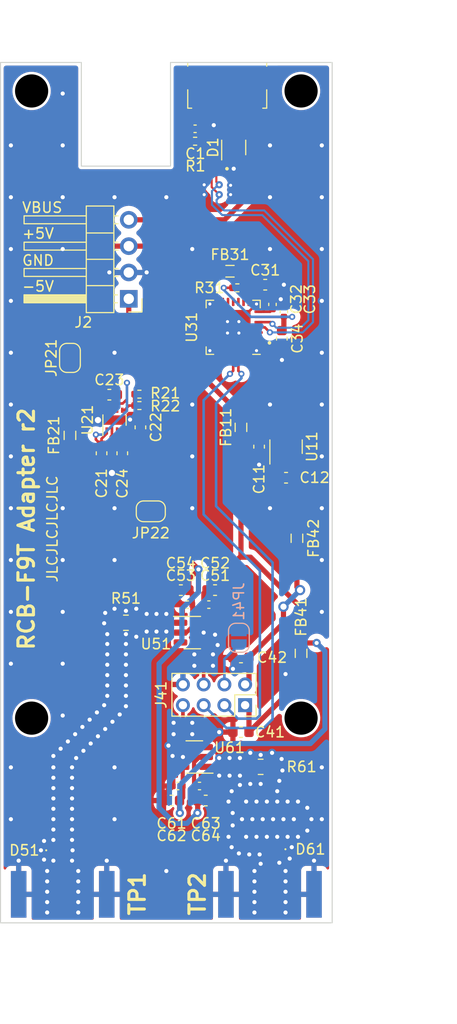
<source format=kicad_pcb>
(kicad_pcb (version 20221018) (generator pcbnew)
  (title_block (title "RCB-F9T Adapter w/ USB and 50Ω Timepulse SMA Connectors") (date "2023-06-09") (rev "2") (company "Carsten Andrich"))
  (layers (0 "F.Cu" signal) (1 "In1.Cu" power) (2 "In2.Cu" power) (31 "B.Cu" signal) (34 "B.Paste" user) (35 "F.Paste" user) (36 "B.SilkS" user "B.Silkscreen") (37 "F.SilkS" user "F.Silkscreen") (38 "B.Mask" user) (39 "F.Mask" user) (44 "Edge.Cuts" user))
  (net 0 "")
  (net 1 "GND")
  (net 2 "Net-(J1-Shield)")
  (net 3 "/CP_VIN")
  (net 4 "/CP_VOUT")
  (net 5 "/CP_C+")
  (net 6 "/USB_D-")
  (net 7 "/USB_D+")
  (net 8 "VBUS")
  (net 9 "/VDD")
  (net 10 "/~{RST}")
  (net 11 "/VBUS_IN")
  (net 12 "Net-(J41-V_ANT)")
  (net 13 "Net-(J41-VCC)")
  (net 15 "/CP_C-")
  (net 17 "Net-(JP21-A)")
  (net 19 "Net-(J41-~{RST})")
  (net 26 "/F9T_TXD")
  (net 27 "/F9T_RXD")
  (net 28 "/TP1_BUF")
  (net 29 "/TP2")
  (net 30 "/TP1")
  (net 31 "+5V")
  (net 32 "-5V")
  (net 34 "+3V3")
  (net 48 "/TP1_OUT")
  (net 49 "/TP2_OUT")
  (net 50 "/TP2_BUF")
  (net 51 "+5VA")
  (net 52 "/CP_CPOUT")
  (net 53 "/CP_VFB")
  (footprint "Package_TO_SOT_SMD:SOT-363_SC-70-6" (layer "F.Cu") (at 76.5 45.2 90)
    (fp_text reference "D1")
    (fp_text value "SMF05CT1G" hide)
  )
  (footprint "Capacitor_SMD:C_0402_1005Metric" (layer "F.Cu") (at 81.34 61.0405 90)
    (fp_text reference "C33")
    (fp_text value "100n" hide)
  )
  (footprint "Capacitor_SMD:C_0402_1005Metric" (layer "F.Cu") (at 73.2 106.8)
    (fp_text reference "C63")
    (fp_text value "100n" hide)
  )
  (footprint "Capacitor_SMD:C_0603_1608Metric" (layer "F.Cu") (at 78.95 74.0625 -90)
    (fp_text reference "C11")
    (fp_text value "1u" hide)
  )
  (footprint "Diode_SMD:D_0402_1005Metric" (layer "F.Cu") (at 59.5 113)
    (fp_text reference "D51")
    (fp_text value "D_TVS" hide)
  )
  (footprint "Capacitor_SMD:C_0603_1608Metric" (layer "F.Cu") (at 65.75 74.7 -90)
    (fp_text reference "C24")
    (fp_text value "4u7" hide)
  )
  (footprint "Resistor_SMD:R_0402_1005Metric" (layer "F.Cu") (at 67.4 69 180)
    (fp_text reference "R21")
    (fp_text value "1M" hide)
  )
  (footprint "Capacitor_SMD:C_0603_1608Metric" (layer "F.Cu") (at 77.2 94.4 180)
    (fp_text reference "C42")
    (fp_text value "1u" hide)
  )
  (footprint "Resistor_SMD:R_0402_1005Metric" (layer "F.Cu") (at 67.4 70.1)
    (fp_text reference "R22")
    (fp_text value "330k" hide)
  )
  (footprint "Inductor_SMD:L_0805_2012Metric" (layer "F.Cu") (at 76.14 57.1405)
    (fp_text reference "FB31")
    (fp_text value "600R" hide)
  )
  (footprint "Capacitor_SMD:C_0603_1608Metric" (layer "F.Cu") (at 73.8 108.2)
    (fp_text reference "C64")
    (fp_text value "4u7" hide)
  )
  (footprint "Inductor_SMD:L_0805_2012Metric" (layer "F.Cu") (at 77.2 72.2 -90)
    (fp_text reference "FB11")
    (fp_text value "600R" hide)
  )
  (footprint "Package_SON:WSON-8-1EP_2x2mm_P0.5mm_EP0.9x1.6mm" (layer "F.Cu") (at 65 71.5 90)
    (fp_text reference "U21")
    (fp_text value "LM27761" hide)
  )
  (footprint "Capacitor_SMD:C_0603_1608Metric" (layer "F.Cu") (at 79.54 58.4405)
    (fp_text reference "C31")
    (fp_text value "1u" hide)
  )
  (footprint "Capacitor_SMD:C_0603_1608Metric" (layer "F.Cu") (at 77.2 101.6 180)
    (fp_text reference "C41")
    (fp_text value "1u" hide)
  )
  (footprint "Package_DFN_QFN:QFN-28-1EP_5x5mm_P0.5mm_EP3.35x3.35mm" (layer "F.Cu") (at 76.45 62.5505 180)
    (fp_text reference "U31")
    (fp_text value "CP2102-GMR-xQFN28" hide)
  )
  (footprint "Personal_Library:SMA_Rosenberger_32K145-400L5_EdgeMount_Horizontal" (layer "F.Cu") (at 60 120 90)
    (fp_text reference "J51" hide)
    (fp_text value "Conn_Coaxial" hide)
  )
  (footprint "Inductor_SMD:L_0805_2012Metric" (layer "F.Cu") (at 60.7 72.975 -90)
    (fp_text reference "FB21")
    (fp_text value "600R" hide)
  )
  (footprint "Capacitor_SMD:C_0603_1608Metric" (layer "F.Cu") (at 71.4 87.905 180)
    (fp_text reference "C54")
    (fp_text value "4u7" hide)
  )
  (footprint "Capacitor_SMD:C_0402_1005Metric" (layer "F.Cu") (at 80.24 60.3405 90)
    (fp_text reference "C32")
    (fp_text value "100n" hide)
  )
  (footprint "Resistor_SMD:R_0805_2012Metric" (layer "F.Cu") (at 79.1 104.95)
    (fp_text reference "R61")
    (fp_text value "49.9" hide)
  )
  (footprint "Inductor_SMD:L_0805_2012Metric" (layer "F.Cu") (at 82.6 82.9 90)
    (fp_text reference "FB42")
    (fp_text value "100R" hide)
  )
  (footprint "Personal_Library:SMA_Rosenberger_32K145-400L5_EdgeMount_Horizontal" (layer "F.Cu") (at 80 120 90)
    (fp_text reference "J61" hide)
    (fp_text value "Conn_Coaxial" hide)
  )
  (footprint "Capacitor_SMD:C_0402_1005Metric" (layer "F.Cu") (at 72.775 43.4)
    (fp_text reference "C1")
    (fp_text value "100n" hide)
  )
  (footprint "Jumper:SolderJumper-2_P1.3mm_Bridged_RoundedPad1.0x1.5mm" (layer "F.Cu") (at 68.5 80.3)
    (fp_text reference "JP22")
    (fp_text value "SolderJumper_2_Bridged" hide)
  )
  (footprint "Resistor_SMD:R_0402_1005Metric" (layer "F.Cu") (at 72.775 44.6)
    (fp_text reference "R1")
    (fp_text value "1M" hide)
  )
  (footprint "Package_TO_SOT_SMD:SOT-23" (layer "F.Cu") (at 81.55 74.0625 90)
    (fp_text reference "U11")
    (fp_text value "XC6206PxxxMR" hide)
  )
  (footprint "Connector_USB:USB_Micro-B_Molex_47346-0001" (layer "F.Cu") (at 75.875 39.7 180)
    (fp_text reference "J1" hide)
    (fp_text value "USB_B_Micro" hide)
  )
  (footprint "Jumper:SolderJumper-2_P1.3mm_Bridged_RoundedPad1.0x1.5mm" (layer "F.Cu") (at 60.7 65.5 90)
    (fp_text reference "JP21")
    (fp_text value "SolderJumper_2_Bridged" hide)
  )
  (footprint "Package_TO_SOT_SMD:SOT-23-5" (layer "F.Cu") (at 72.5 92)
    (fp_text reference "U51")
    (fp_text value "BUF602xDBV" hide)
  )
  (footprint "Capacitor_SMD:C_0603_1608Metric" (layer "F.Cu") (at 63.75 74.7 -90)
    (fp_text reference "C21")
    (fp_text value "4u7" hide)
  )
  (footprint "Capacitor_SMD:C_0603_1608Metric" (layer "F.Cu") (at 70.5 108.2 180)
    (fp_text reference "C62")
    (fp_text value "4u7" hide)
  )
  (footprint "Resistor_SMD:R_0402_1005Metric" (layer "F.Cu") (at 76.85 58.7405)
    (fp_text reference "R31")
    (fp_text value "4k7" hide)
  )
  (footprint "Package_TO_SOT_SMD:SOT-23-5" (layer "F.Cu") (at 72.7 104 180)
    (fp_text reference "U61")
    (fp_text value "BUF602xDBV" hide)
  )
  (footprint "Capacitor_SMD:C_0603_1608Metric" (layer "F.Cu") (at 67.5 72.2 90)
    (fp_text reference "C22")
    (fp_text value "2u2" hide)
  )
  (footprint "Resistor_SMD:R_0805_2012Metric" (layer "F.Cu") (at 66.1 91.05 180)
    (fp_text reference "R51")
    (fp_text value "49.9" hide)
  )
  (footprint "Capacitor_SMD:C_0402_1005Metric" (layer "F.Cu") (at 72.025 89.305 180)
    (fp_text reference "C53")
    (fp_text value "100n" hide)
  )
  (footprint "Capacitor_SMD:C_0603_1608Metric" (layer "F.Cu") (at 81.14 63.6405 -90)
    (fp_text reference "C34")
    (fp_text value "1u" hide)
  )
  (footprint "Personal_Library:RCB_F9T" (layer "F.Cu") (at 70 70 90)
    (fp_text reference "J41")
    (fp_text value "RCB_F9T" hide)
  )
  (footprint "Diode_SMD:D_0402_1005Metric" (layer "F.Cu") (at 80.4 112.9 180)
    (fp_text reference "D61")
    (fp_text value "D_TVS" hide)
  )
  (footprint "Capacitor_SMD:C_0402_1005Metric" (layer "F.Cu") (at 74.1 89.3)
    (fp_text reference "C51")
    (fp_text value "100n" hide)
  )
  (footprint "Capacitor_SMD:C_0603_1608Metric" (layer "F.Cu") (at 81.55 77.0625 180)
    (fp_text reference "C12")
    (fp_text value "1u" hide)
  )
  (footprint "Capacitor_SMD:C_0402_1005Metric" (layer "F.Cu") (at 71.1 106.8 180)
    (fp_text reference "C61")
    (fp_text value "100n" hide)
  )
  (footprint "Capacitor_SMD:C_0603_1608Metric" (layer "F.Cu") (at 64.5 69.05)
    (fp_text reference "C23")
    (fp_text value "1u" hide)
  )
  (footprint "Connector_PinHeader_2.54mm:PinHeader_1x04_P2.54mm_Horizontal" (layer "F.Cu") (at 66.375 59.8 180)
    (fp_text reference "J2")
    (fp_text value "Conn_01x04")
  )
  (footprint "Inductor_SMD:L_0805_2012Metric" (layer "F.Cu") (at 83 94 -90)
    (fp_text reference "FB41")
    (fp_text value "100R" hide)
  )
  (footprint "Capacitor_SMD:C_0603_1608Metric" (layer "F.Cu") (at 74.7 87.9)
    (fp_text reference "C52")
    (fp_text value "4u7" hide)
  )
  (footprint "Jumper:SolderJumper-2_P1.3mm_Open_RoundedPad1.0x1.5mm" (layer "B.Cu") (at 77 92.5 -90)
    (fp_text reference "JP41")
    (fp_text value "SolderJumper_2_Open" hide)
  )
  (gr_circle (center 75.85 47.25) (end 75.85 47.15) (stroke (width 0.15)) (fill solid) (layer "F.SilkS"))
  (gr_circle (center 79.95 64.0505) (end 79.95 64.1505) (stroke (width 0.15)) (fill solid) (layer "F.SilkS"))
  (gr_poly (pts (xy 61.8 47) (xy 70.4 47) (xy 70.4 37) (xy 86 37) (xy 86 120) (xy 54 120) (xy 54 37) (xy 61.8 37)) (stroke (width 0.1)) (fill none) (layer "Edge.Cuts"))
  (gr_rect (start 98 122) (end 98 122) (stroke (width 0.1)) (fill none) (layer "Edge.Cuts"))
  (gr_text "GND" (at 56 56.1) (layer "F.SilkS") (effects (font (size 1 1)) (justify left)))
  (gr_text "RCB-F9T Adapter r2" (at 56.5 82 90) (layer "F.SilkS") (effects (font (size 1.5 1.5) (thickness 0.3))))
  (gr_text "JLCJLCJLCJLC" (at 59 82 90) (layer "F.SilkS") (effects (font (size 1 1))))
  (gr_text "+5V" (at 56 53.5) (layer "F.SilkS") (effects (font (size 1 1)) (justify left)))
  (gr_text "TP2" (at 73 117.2 90) (layer "F.SilkS") (effects (font (size 1.5 1.5) (thickness 0.3))))
  (gr_text "VBUS" (at 56 51) (layer "F.SilkS") (effects (font (size 1 1)) (justify left)))
  (gr_text "-5V" (at 56 58.6) (layer "F.SilkS") (effects (font (size 1 1)) (justify left)))
  (gr_text "TP1" (at 67.2 117.2 90) (layer "F.SilkS") (effects (font (size 1.5 1.5) (thickness 0.3))))
  (segment (start 78.7 60.3) (end 78.7 60.3005) (width 0.25) (layer "F.Cu") (net 1))
  (segment (start 81.34 60.1405) (end 81.34 60.5605) (width 0.5) (layer "F.Cu") (net 1))
  (segment (start 64.75 75.475) (end 64.75 76.6) (width 0.5) (layer "F.Cu") (net 1))
  (segment (start 68.09 57.26) (end 66.375 57.26) (width 0.5) (layer "F.Cu") (net 1))
  (segment (start 76.425 101.6) (end 75.1 101.6) (width 0.5) (layer "F.Cu") (net 1))
  (segment (start 74.575 108.2) (end 74.575 107.695) (width 0.5) (layer "F.Cu") (net 1))
  (segment (start 78.9 63.0505) (end 78.15 63.0505) (width 0.25) (layer "F.Cu") (net 1))
  (segment (start 74.575 107.695) (end 73.68 106.8) (width 0.5) (layer "F.Cu") (net 1))
  (segment (start 74.575 41.16) (end 74.575 43.05) (width 0.4) (layer "F.Cu") (net 1))
  (segment (start 80.24 58.5155) (end 80.315 58.4405) (width 0.5) (layer "F.Cu") (net 1))
  (segment (start 64.75 71.75) (end 65 71.5) (width 0.25) (layer "F.Cu") (net 1))
  (segment (start 78.7 60.3005) (end 76.45 62.5505) (width 0.25) (layer "F.Cu") (net 1))
  (segment (start 64.51 57.26) (end 66.375 57.26) (width 0.5) (layer "F.Cu") (net 1))
  (segment (start 64.75 75.475) (end 63.75 75.475) (width 0.5) (layer "F.Cu") (net 1))
  (segment (start 76.425 95.5) (end 76.425 94.4) (width 0.5) (layer "F.Cu") (net 1))
  (segment (start 80.315 58.4405) (end 81.34 58.4405) (width 0.5) (layer "F.Cu") (net 1))
  (segment (start 75.475 88.405) (end 74.58 89.3) (width 0.5) (layer "F.Cu") (net 1))
  (segment (start 78.95 74.8375) (end 78.95 75.8) (width 0.5) (layer "F.Cu") (net 1))
  (segment (start 64.75 72.45) (end 64.75 71.75) (width 0.25) (layer "F.Cu") (net 1))
  (segment (start 64.75 75.475) (end 65.75 75.475) (width 0.5) (layer "F.Cu") (net 1))
  (segment (start 76.45 62.5505) (end 74.2005 64.8) (width 0.25) (layer "F.Cu") (net 1))
  (segment (start 73.285 44.6) (end 73.285 43.43) (width 0.5) (layer "F.Cu") (net 1))
  (segment (start 64.5 57.25) (end 64.51 57.26) (width 0.5) (layer "F.Cu") (net 1))
  (segment (start 78.6995 64.8) (end 76.45 62.5505) (width 0.25) (layer "F.Cu") (net 1))
  (segment (start 79.65 64.8) (end 80.0345 64.4155) (width 0.5) (layer "F.Cu") (net 1))
  (segment (start 80.6 75) (end 80.6 76.8875) (width 0.5) (layer "F.Cu") (net 1))
  (segment (start 81.15 64.4255) (end 81.14 64.4155) (width 0.5) (layer "F.Cu") (net 1))
  (segment (start 78.7 64.8) (end 78.6995 64.8) (width 0.25) (layer "F.Cu") (net 1))
  (segment (start 74.2 60.3) (end 74.2 60.3005) (width 0.25) (layer "F.Cu") (net 1))
  (segment (start 81.02 59.8605) (end 80.24 59.8605) (width 0.5) (layer "F.Cu") (net 1))
  (segment (start 69.725 107.695) (end 70.62 106.8) (width 0.5) (layer "F.Cu") (net 1))
  (segment (start 80.0345 64.4155) (end 81.14 64.4155) (width 0.5) (layer "F.Cu") (net 1))
  (segment (start 74.225 43.4) (end 74.575 43.05) (width 0.5) (layer "F.Cu") (net 1))
  (segment (start 74.2005 64.8) (end 74.2 64.8) (width 0.25) (layer "F.Cu") (net 1))
  (segment (start 81.04 59.8405) (end 81.02 59.8605) (width 0.5) (layer "F.Cu") (net 1))
  (segment (start 74.2 60.3005) (end 76.45 62.5505) (width 0.25) (layer "F.Cu") (net 1))
  (segment (start 76.5 47.25) (end 76.5 46.15) (width 0.4) (layer "F.Cu") (net 1))
  (segment (start 70.625 87.905) (end 70.625 88.385) (width 0.5) (layer "F.Cu") (net 1))
  (segment (start 81.04 59.8405) (end 81.34 60.1405) (width 0.5) (layer "F.Cu") (net 1))
  (segment (start 73.255 43.4) (end 74.225 43.4) (width 0.5) (layer "F.Cu") (net 1))
  (segment (start 69.725 108.2) (end 69.725 107.695) (width 0.5) (layer "F.Cu") (net 1))
  (segment (start 64.75 72.45) (end 64.75 73.15) (width 0.25) (layer "F.Cu") (net 1))
  (segment (start 75.475 87.9) (end 75.475 88.405) (width 0.5) (layer "F.Cu") (net 1))
  (segment (start 78.7 64.8) (end 79.65 64.8) (width 0.5) (layer "F.Cu") (net 1))
  (segment (start 79.1125 75) (end 78.95 74.8375) (width 0.5) (layer "F.Cu") (net 1))
  (segment (start 80.6 75) (end 79.1125 75) (width 0.5) (layer "F.Cu") (net 1))
  (segment (start 73.285 43.43) (end 73.255 43.4) (width 0.5) (layer "F.Cu") (net 1))
  (segment (start 70.625 88.385) (end 71.545 89.305) (width 0.5) (layer "F.Cu") (net 1))
  (segment (start 80.6 76.8875) (end 80.775 77.0625) (width 0.5) (layer "F.Cu") (net 1))
  (segment (start 64.75 73.15) (end 64.75 75.475) (width 0.5) (layer "F.Cu") (net 1))
  (segment (start 81.15 65.7) (end 81.15 64.4255) (width 0.5) (layer "F.Cu") (net 1))
  (segment (start 68.1 57.25) (end 68.09 57.26) (width 0.5) (layer "F.Cu") (net 1))
  (segment (start 80.24 59.8605) (end 80.24 58.5155) (width 0.5) (layer "F.Cu") (net 1))
  (via (at 64.1 90.1) (size 0.8) (drill 0.4) (layers "F.Cu" "B.Cu") (net 1))
  (via (at 76.2 49.75) (size 0.7) (drill 0.3) (layers "F.Cu" "B.Cu") (net 1))
  (via (at 85 105) (size 0.8) (drill 0.4) (layers "F.Cu" "B.Cu") (net 1))
  (via (at 76 108.3) (size 0.8) (drill 0.4) (layers "F.Cu" "B.Cu") (net 1))
  (via (at 64.3 94.1) (size 0.8) (drill 0.4) (layers "F.Cu" "B.Cu") (net 1))
  (via (at 76.3 112.7) (size 0.8) (drill 0.4) (layers "F.Cu" "B.Cu") (net 1))
  (via (at 67.1 89.7) (size 0.8) (drill 0.4) (layers "F.Cu" "B.Cu") (net 1))
  (via (at 60 50) (size 0.8) (drill 0.4) (layers "F.Cu" "B.Cu") (net 1))
  (via (at 85 90) (size 0.8) (drill 0.4) (layers "F.Cu" "B.Cu") (net 1))
  (via (at 84.25 114) (size 0.8) (drill 0.4) (layers "F.Cu" "B.Cu") (net 1))
  (via (at 59.1 105) (size 0.8) (drill 0.4) (layers "F.Cu" "B.Cu") (net 1))
  (via (at 64.3 93.1) (size 0.8) (drill 0.4) (layers "F.Cu" "B.Cu") (net 1))
  (via (at 59.1 106) (size 0.8) (drill 0.4) (layers "F.Cu" "B.Cu") (net 1))
  (via (at 58.5 119) (size 0.8) (drill 0.4) (layers "F.Cu" "B.Cu") (net 1))
  (via (at 81.5 115) (size 0.8) (drill 0.4) (layers "F.Cu" "B.Cu") (net 1))
  (via (at 76.4 110.6) (size 0.8) (drill 0.4) (layers "F.Cu" "B.Cu") (net 1))
  (via (at 81.9 113.8) (size 0.8) (drill 0.4) (layers "F.Cu" "B.Cu") (net 1))
  (via (at 64.75 76.6) (size 1) (drill 0.6) (layers "F.Cu" "B.Cu") (net 1))
  (via (at 60 85) (size 0.8) (drill 0.4) (layers "F.Cu" "B.Cu") (net 1))
  (via (at 59.1 103.9) (size 0.8) (drill 0.4) (layers "F.Cu" "B.Cu") (net 1))
  (via (at 78.5 115) (size 0.8) (drill 0.4) (layers "F.Cu" "B.Cu") (net 1))
  (via (at 70 115) (size 0.8) (drill 0.4) (layers "F.Cu" "B.Cu") (net 1))
  (via (at 64.3 98.1) (size 0.8) (drill 0.4) (layers "F.Cu" "B.Cu") (net 1))
  (via (at 81.34 58.4405) (size 0.8) (drill 0.4) (layers "F.Cu" "B.Cu") (net 1))
  (via (at 81.2 105.3) (size 0.8) (drill 0.4) (layers "F.Cu" "B.Cu") (net 1))
  (via (at 58.2 113.9) (size 0.8) (drill 0.4) (layers "F.Cu" "B.Cu") (net 1))
  (via (at 66.1 94.1) (size 0.8) (drill 0.4) (layers "F.Cu" "B.Cu") (net 1))
  (via (at 76.4 109.4) (size 0.8) (drill 0.4) (layers "F.Cu" "B.Cu") (net 1))
  (via (at 68.1 57.25) (size 0.8) (drill 0.4) (layers "F.Cu" "B.Cu") (net 1))
  (via (at 55 45) (size 0.8) (drill 0.4) (layers "F.Cu" "B.Cu") (net 1))
  (via (at 62.7 102.7) (size 0.8) (drill 0.4) (layers "F.Cu" "B.Cu") (net 1))
  (via (at 72.5 75) (size 0.8) (drill 0.4) (layers "F.Cu" "B.Cu") (net 1))
  (via (at 74.2 64.8) (size 0.7) (drill 0.3) (layers "F.Cu" "B.Cu") (net 1))
  (via (at 78.7 60.3) (size 0.7) (drill 0.3) (layers "F.Cu" "B.Cu") (net 1))
  (via (at 85 110) (size 0.8) (drill 0.4) (layers "F.Cu" "B.Cu") (net 1))
  (via (at 70.2 102.9) (size 0.8) (drill 0.4) (layers "F.Cu" "B.Cu") (net 1))
  (via (at 65 105) (size 0.8) (drill 0.4) (layers "F.Cu" "B.Cu") (net 1))
  (via (at 72.7 95.2) (size 0.8) (drill 0.4) (layers "F.Cu" "B.Cu") (net 1))
  (via (at 59.1 114) (size 0.8) (drill 0.4) (layers "F.Cu" "B.Cu") (net 1))
  (via (at 58.2 112.1) (size 0.8) (drill 0.4) (layers "F.Cu" "B.Cu") (net 1))
  (via (at 76.5 47.25) (size 0.8) (drill 0.4) (layers "F.Cu" "B.Cu") (net 1))
  (via (at 55 70) (size 0.8) (drill 0.4) (layers "F.Cu" "B.Cu") (net 1))
  (via (at 78.3 110) (size 0.8) (drill 0.4) (layers "F.Cu" "B.Cu") (net 1))
  (via (at 78.5 118) (size 0.8) (drill 0.4) (layers "F.Cu" "B.Cu") (net 1))
  (via (at 65 89.7) (size 0.8) (drill 0.4) (layers "F.Cu" "B.Cu") (net 1))
  (via (at 85 45) (size 0.8) (drill 0.4) (layers "F.Cu" "B.Cu") (net 1))
  (via (at 72.5 100.7) (size 0.8) (drill 0.4) (layers "F.Cu" "B.Cu") (net 1))
  (via (at 82.7 108.3) (size 0.8) (drill 0.4) (layers "F.Cu" "B.Cu") (net 1))
  (via (at 74.575 43.05) (size 0.8) (drill 0.4) (layers "F.Cu" "B.Cu") (net 1))
  (via (at 75.1 101.6) (size 0.8) (drill 0.4) (layers "F.Cu" "B.Cu") (net 1))
  (via (at 79.7 111.7) (size 0.8) (drill 0.4) (layers "F.Cu" "B.Cu") (net 1))
  (via (at 71.6 104) (size 0.8) (drill 0.4) (layers "F.Cu" "B.Cu") (net 1))
  (via (at 66.1 99.1) (size 0.8) (drill 0.4) (layers "F.Cu" "B.Cu") (net 1))
  (via (at 61.5 118) (size 0.8) (drill 0.4) (layers "F.Cu" "B.Cu") (net 1))
  (via (at 81.3 110) (size 0.8) (drill 0.4) (layers "F.Cu" "B.Cu") (net 1))
  (via (at 80 80) (size 0.8) (drill 0.4) (layers "F.Cu" "B.Cu") (net 1))
  (via (at 69.05 91.9) (size 0.8) (drill 0.4) (layers "F.Cu" "B.Cu") (net 1))
  (via (at 79.7 108.3) (size 0.8) (drill 0.4) (layers "F.Cu" "B.Cu") (net 1))
  (via (at 66.1 93.1) (size 0.8) (drill 0.4) (layers "F.Cu" "B.Cu") (net 1))
  (via (at 78.7 108.3) (size 0.8) (drill 0.4) (layers "F.Cu" "B.Cu") (net 1))
  (via (at 64.3 95.1) (size 0.8) (drill 0.4) (layers "F.Cu" "B.Cu") (net 1))
  (via (at 70.6 103.9) (size 0.8) (drill 0.4) (layers "F.Cu" "B.Cu") (net 1))
  (via (at 55.75 114) (size 0.8) (drill 0.4) (layers "F.Cu" "B.Cu") (net 1))
  (via (at 80.3 110) (size 0.8) (drill 0.4) (layers "F.Cu" "B.Cu") (net 1))
  (via (at 70 50) (size 0.8) (drill 0.4) (layers "F.Cu" "B.Cu") (net 1))
  (via (at 81.5 119) (size 0.8) (drill 0.4) (layers "F.Cu" "B.Cu") (net 1))
  (via (at 66.1 98.1) (size 0.8) (drill 0.4) (layers "F.Cu" "B.Cu") (net 1))
  (via (at 74.5 94.1) (size 0.8) (drill 0.4) (layers "F.Cu" "B.Cu") (net 1))
  (via (at 58.5 115) (size 0.8) (drill 0.4) (layers "F.Cu" "B.Cu") (net 1))
  (via (at 77 62.0005) (size 0.7) (drill 0.3) (layers "F.Cu" "B.Cu") (net 1))
  (via (at 60 40) (size 0.8) (drill 0.4) (layers "F.Cu" "B.Cu") (net 1))
  (via (at 72.7 94.1) (size 0.8) (drill 0.4) (layers "F.Cu" "B.Cu") (net 1))
  (via (at 59.1 111) (size 0.8) (drill 0.4) (layers "F.Cu" "B.Cu") (net 1))
  (via (at 83.6 108.9) (size 0.8) (drill 0.4) (layers "F.Cu" "B.Cu") (net 1))
  (via (at 77 63.1005) (size 0.7) (drill 0.3) (layers "F.Cu" "B.Cu") (net 1))
  (via (at 59.1 107) (size 0.8) (drill 0.4) (layers "F.Cu" "B.Cu") (net 1))
  (via (at 78.95 75.8) (size 0.8) (drill 0.4) (layers "F.Cu" "B.Cu") (net 1))
  (via (at 70.7 101.8) (size 0.8) (drill 0.4) (layers "F.Cu" "B.Cu") (net 1))
  (via (at 59.1 108) (size 0.8) (drill 0.4) (layers "F.Cu" "B.Cu") (net 1))
  (via (at 77.7 108.3) (size 0.8) (drill 0.4) (layers "F.Cu" "B.Cu") (net 1))
  (via (at 85 55) (size 0.8) (drill 0.4) (layers "F.Cu" "B.Cu") (net 1))
  (via (at 75.9 63.1005) (size 0.7) (drill 0.3) (layers "F.Cu" "B.Cu") (net 1))
  (via (at 80 45) (size 0.8) (drill 0.4) (layers "F.Cu" "B.Cu") (net 1))
  (via (at 65 80) (size 0.8) (drill 0.4) (layers "F.Cu" "B.Cu") (net 1))
  (via (at 75.9 62.0005) (size 0.7) (drill 0.3) (layers "F.Cu" "B.Cu") (net 1))
  (via (at 59.1 112) (size 0.8) (drill 0.4) (layers "F.Cu" "B.Cu") (net 1))
  (via (at 60.9 114) (size 0.8) (drill 0.4) (layers "F.Cu" "B.Cu") (net 1))
  (via (at 55 55) (size 0.8) (drill 0.4) (layers "F.Cu" "B.Cu") (net 1))
  (via (at 81.5 96) (size 0.8) (drill 0.4) (layers "F.Cu" "B.Cu") (net 1))
  (via (at 65 110) (size 0.8) (drill 0.4) (layers "F.Cu" "B.Cu") (net 1))
  (via (at 64.8 100.6) (size 0.8) (drill 0.4) (layers "F.Cu" "B.Cu") (net 1))
  (via (at 60.9 111) (size 0.8) (drill 0.4) (layers "F.Cu" "B.Cu") (net 1))
  (via (at 66.5 71.45) (size 0.8) (drill 0.4) (layers "F.Cu" "B.Cu") (net 1))
  (via (at 76.425 95.5) (size 0.8) (drill 0.4) (layers "F.Cu" "B.Cu") (net 1))
  (via (at 59.8 103.2) (size 0.8) (drill 0.4) (layers "F.Cu" "B.Cu") (net 1))
  (via (at 81.04 59.8405) (size 0.8) (drill 0.4) (layers "F.Cu" "B.Cu") (net 1))
  (via (at 77.3 110) (size 0.8) (drill 0.4) (layers "F.Cu" "B.Cu") (net 1))
  (via (at 64.25 114) (size 0.8) (drill 0.4) (layers "F.Cu" "B.Cu") (net 1))
  (via (at 67.1 92.4) (size 0.8) (drill 0.4) (layers "F.Cu" "B.Cu") (net 1))
  (via (at 55 105) (size 0.8) (drill 0.4) (layers "F.Cu" "B.Cu") (net 1))
  (via (at 60.9 105) (size 0.8) (drill 0.4) (layers "F.Cu" "B.Cu") (net 1))
  (via (at 74.5 95.2) (size 0.8) (drill 0.4) (layers "F.Cu" "B.Cu") (net 1))
  (via (at 55 85) (size 0.8) (drill 0.4) (layers "F.Cu" "B.Cu") (net 1))
  (via (at 66.1 95.1) (size 0.8) (drill 0.4) (layers "F.Cu" "B.Cu") (net 1))
  (via (at 79.1 114.3) (size 0.8) (drill 0.4) (layers "F.Cu" "B.Cu") (net 1))
  (via (at 66.1 96.1) (size 0.8) (drill 0.4) (layers "F.Cu" "B.Cu") (net 1))
  (via (at 61.2 101.8) (size 0.8) (drill 0.4) (layers "F.Cu" "B.Cu") (net 1))
  (via (at 85 50) (size 0.8) (drill 0.4) (layers "F.Cu" "B.Cu") (net 1))
  (via (at 80.7 111.7) (size 0.8) (drill 0.4) (layers "F.Cu" "B.Cu") (net 1))
  (via (at 79.1 106.6) (size 0.8) (drill 0.4) (layers "F.Cu" "B.Cu") (net 1))
  (via (at 85 75) (size 0.8) (drill 0.4) (layers "F.Cu" "B.Cu") (net 1))
  (via (at 81.5 117) (size 0.8) (drill 0.4) (layers "F.Cu" "B.Cu") (net 1))
  (via (at 72.5 80) (size 0.8) (drill 0.4) (layers "F.Cu" "B.Cu") (net 1))
  (via (at 70.7 100.7) (size 0.8) (drill 0.4) (layers "F.Cu" "B.Cu") (net 1))
  (via (at 81.5 118) (size 0.8) (drill 0.4) (layers "F.Cu" "B.Cu") (net 1))
  (via (at 80.9 114.2) (size 0.8) (drill 0.4) (layers "F.Cu" "B.Cu") (net 1))
  (via (at 60.9 110) (size 0.8) (drill 0.4) (layers "F.Cu" "B.Cu") (net 1))
  (via (at 55 90) (size 0.8) (drill 0.4) (layers "F.Cu" "B.Cu") (net 1))
  (via (at 60 90) (size 0.8) (drill 0.4) (layers "F.Cu" "B.Cu") (net 1))
  (via (at 73.65 49.75) (size 0.7) (drill 0.3) (layers "F.Cu" "B.Cu") (net 1))
  (via (at 61.9 101.1) (size 0.8) (drill 0.4) (layers "F.Cu" "B.Cu") (net 1))
  (via (at 75.75 114) (size 0.8) (drill 0.4) (layers "F.Cu" "B.Cu") (net 1))
  (via (at 79 113.4) (size 0.8) (drill 0.4) (layers "F.Cu" "B.Cu") (net 1))
  (via (at 85 80) (size 0.8) (drill 0.4) (layers "F.Cu" "B.Cu") (net 1))
  (via (at 76.1 105.8) (size 0.8) (drill 0.4) (layers "F.Cu" "B.Cu") (net 1))
  (via (at 81.7 111.7) (size 0.8) (drill 0.4) (layers "F.Cu" "B.Cu") (net 1))
  (via (at 75.1 104.1) (size 0.8) (drill 0.4) (layers "F.Cu" "B.Cu") (net 1))
  (via (at 64 99) (size 0.8) (drill 0.4) (layers "F.Cu" "B.Cu") (net 1))
  (via (at 80.7 108.3) (size 0.8) (drill 0.4) (layers "F.Cu" "B.Cu") (net 1))
  (via (at 77.1 106.7) (size 0.8) (drill 0.4) (layers "F.Cu" "B.Cu") (net 1))
  (via (at 78.7 64.8) (size 0.7) (drill 0.3) (layers "F.Cu" "B.Cu") (net 1))
  (via (at 62.6 100.4) (size 0.8) (drill 0.4) (layers "F.Cu" "B.Cu") (net 1))
  (via (at 77 113.3) (size 0.8) (drill 0.4) (layers "F.Cu" "B.Cu") (net 1))
  (via (at 83.6 111.1) (size 0.8) (drill 0.4) (layers "F.Cu" "B.Cu") (net 1))
  (via (at 63.4 102) (size 0.8) (drill 0.4) (layers "F.Cu" "B.Cu") (net 1))
  (via (at 74.2 60.3) (size 0.7) (drill 0.3) (layers "F.Cu" "B.Cu") (net 1))
  (via (at 79.1 103.8) (size 0.8) (drill 0.4) (layers "F.Cu" "B.Cu") (net 1))
  (via (at 80 55) (size 0.8) (drill 0.4) (layers "F.Cu" "B.Cu") (net 1))
  (via (at 72.5 70) (size 0.8) (drill 0.4) (layers "F.Cu" "B.Cu") (net 1))
  (via (at 66.1 92.15) (size 0.8) (drill 0.4) (layers "F.Cu" "B.Cu") (net 1))
  (via (at 77.7 111.7) (size 0.8) (drill 0.4) (layers "F.Cu" "B.Cu") (net 1))
  (via (at 85 70) (size 0.8) (drill 0.4) (layers "F.Cu" "B.Cu") (net 1))
  (via (at 72.5 55) (size 0.8) (drill 0.4) (layers "F.Cu" "B.Cu") (net 1))
  (via (at 65.5 99.9) (size 0.8) (drill 0.4) (layers "F.Cu" "B.Cu") (net 1))
  (via (at 57.9 113) (size 0.8) (drill 0.4) (layers "F.Cu" "B.Cu") (net 1))
  (via (at 55 95) (size 0.8) (drill 0.4) (layers "F.Cu" "B.Cu") (net 1))
  (via (at 76.1 104.1) (size 0.8) (drill 0.4) (layers "F.Cu" "B.Cu") (net 1))
  (via (at 78.5 119) (size 0.8) (drill 0.4) (layers "F.Cu" "B.Cu") (net 1))
  (via (at 60.9 106) (size 0.8) (drill 0.4) (layers "F.Cu" "B.Cu") (net 1))
  (via (at 60 80) (size 0.8) (drill 0.4) (layers "F.Cu" "B.Cu") (net 1))
  (via (at 80 50) (size 0.8) (drill 0.4) (layers "F.Cu" "B.Cu") (net 1))
  (via (at 64.5 57.25) (size 0.8) (drill 0.4) (layers "F.Cu" "B.Cu") (net 1))
  (via (at 81.15 65.7) (size 0.8) (drill 0.4) (layers "F.Cu" "B.Cu") (net 1))
  (via (at 76.2 48.85) (size 0.7) (drill 0.3) (layers "F.Cu" "B.Cu") (net 1))
  (via (at 84 110) (size 0.8) (drill 0.4) (layers "F.Cu" "B.Cu") (net 1))
  (via (at 70 90.2) (size 0.8) (drill 0.4) (layers "F.Cu" "B.Cu") (net 1))
  (via (at 60 100) (size 0.8) (drill 0.4) (layers "F.Cu" "B.Cu") (net 1))
  (via (at 64.3 96.1) (size 0.8) (drill 0.4) (layers "F.Cu" "B.Cu") (net 1))
  (via (at 61.5 116) (size 0.8) (drill 0.4) (layers "F.Cu" "B.Cu") (net 1))
  (via (at 77.1 105.8) (size 0.8) (drill 0.4) (layers "F.Cu" "B.Cu") (net 1))
  (via (at 65 85) (size 0.8) (drill 0.4) (layers "F.Cu" "B.Cu") (net 1))
  (via (at 55 80) (size 0.8) (drill 0.4) (layers "F.Cu" "B.Cu") (net 1))
  (via (at 82.7 111.7) (size 0.8) (drill 0.4) (layers "F.Cu" "B.Cu") (net 1))
  (via (at 79.3 110) (size 0.8) (drill 0.4) (layers "F.Cu" "B.Cu") (net 1))
  (via (at 78.7 111.7) (size 0.8) (drill 0.4) (layers "F.Cu" "B.Cu") (net 1))
  (via (at 78 113.4) (size 0.8) (drill 0.4) (layers "F.Cu" "B.Cu") (net 1))
  (via (at 64 91.1) (size 0.8) (drill 0.4) (layers "F.Cu" "B.Cu") (net 1))
  (via (at 60.95 113) (size 0.8) (drill 0.4) (layers "F.Cu" "B.Cu") (net 1))
  (via (at 60.9 108) (size 0.8) (drill 0.4) (layers "F.Cu" "B.Cu") (net 1))
  (via (at 64.3 97.1) (size 0.8) (drill 0.4) (layers "F.Cu" "B.Cu") (net 1))
  (via (at 63.4 71.5) (size 1) (drill 0.6) (layers "F.Cu" "B.Cu") (net 1))
  (via (at 61.3 104.1) (size 0.8) (drill 0.4) (layers "F.Cu" "B.Cu") (net 1))
  (via (at 66.1 89.9) (size 0.8) (drill 0.4) (layers "F.Cu" "B.Cu") (net 1))
  (via (at 85 65) (size 0.8) (drill 0.4) (layers "F.Cu" "B.Cu") (net 1))
  (via (at 60 45) (size 0.8) (drill 0.4) (layers "F.Cu" "B.Cu") (net 1))
  (via (at 55 110) (size 0.8) (drill 0.4) (layers "F.Cu" "B.Cu") (net 1))
  (via (at 58.5 117) (size 0.8) (drill 0.4) (layers "F.Cu" "B.Cu") (net 1))
  (via (at 69.05 90.2) (size 0.8) (drill 0.4) (layers "F.Cu" "B.Cu") (net 1))
  (via (at 78.1 103.6) (size 0.8) (drill 0.4) (layers "F.Cu" "B.Cu") (net 1))
  (via (at 59.1 109) (size 0.8) (drill 0.4) (layers "F.Cu" "B.Cu") (net 1))
  (via (at 60.9 109) (size 0.8) (drill 0.4) (layers "F.Cu" "B.Cu") (net 1))
  (via (at 68.1 90.2) (size 0.8) (drill 0.4) (layers "F.Cu" "B.Cu") (net 1))
  (via (at 63.3 99.7) (size 0.8) (drill 0.4) (layers "F.Cu" "B.Cu") (net 1))
  (via (at 55 60) (size 0.8) (drill 0.4) (layers "F.Cu" "B.Cu") (net 1))
  (via (at 61.5 117) (size 0.8) (drill 0.4) (layers "F.Cu" "B.Cu") (net 1))
  (via (at 81.5 116) (size 0.8) (drill 0.4) (layers "F.Cu" "B.Cu") (net 1))
  (via (at 55 75) (size 0.8) (drill 0.4) (layers "F.Cu" "B.Cu") (net 1))
  (via (at 81.120345 104.192602) (size 0.8) (drill 0.4) (layers "F.Cu" "B.Cu") (net 1))
  (via (at 75.1 105.8) (size 0.8) (drill 0.4) (layers "F.Cu" "B.Cu") (net 1))
  (via (at 76 111.7) (size 0.8) (drill 0.4) (layers "F.Cu" "B.Cu") (net 1))
  (via (at 61.5 115) (size 0.8) (drill 0.4) (layers "F.Cu" "B.Cu") (net 1))
  (via (at 76.3 107.3) (size 0.8) (drill 0.4) (layers "F.Cu" "B.Cu") (net 1))
  (via (at 58.5 118) (size 0.8) (drill 0.4) (layers "F.Cu" "B.Cu") (net 1))
  (via (at 85 60) (size 0.8) (drill 0.4) (layers "F.Cu" "B.Cu") (net 1))
  (via (at 74.7 92.2) (size 0.8) (drill 0.4) (layers "F.Cu" "B.Cu") (net 1))
  (via (at 78.5 116) (size 0.8) (drill 0.4) (layers "F.Cu" "B.Cu") (net 1))
  (via (at 65 65) (size 0.8) (drill 0.4) (layers "F.Cu" "B.Cu") (net 1))
  (via (at 60.9 112) (size 0.8) (drill 0.4) (layers "F.Cu" "B.Cu") (net 1))
  (via (at 80.7 107.3) (size 0.8) (drill 0.4) (layers "F.Cu" "B.Cu") (net 1))
  (via (at 66.1 97.1) (size 0.8) (drill 0.4) (layers "F.Cu" "B.Cu") (net 1))
  (via (at 78.5 117) (size 0.8) (drill 0.4) (layers "F.Cu" "B.Cu") (net 1))
  (via (at 74.95 93.2) (size 0.8) (drill 0.4) (layers "F.Cu" "B.Cu") (net 1))
  (via (at 80.2 103.6) (size 0.8) (drill 0.4) (layers "F.Cu" "B.Cu") (net 1))
  (via (at 60 95) (size 0.8) (drill 0.4) (layers "F.Cu" "B.Cu") (net 1))
  (via (at 80.9 106.3) (size 0.8) (drill 0.4) (layers "F.Cu" "B.Cu") (net 1))
  (via (at 72.5 101.8) (size 0.8) (drill 0.4) (layers "F.Cu" "B.Cu") (net 1))
  (via (at 73.6 92) (size 0.8) (drill 0.4) (layers "F.Cu" "B.Cu") (net 1))
  (via (at 70 91.9) (size 0.8) (drill 0.4) (layers "F.Cu" "B.Cu") (net 1))
  (via (at 55 50) (size 0.8) (drill 0.4) (layers "F.Cu" "B.Cu") (net 1))
  (via (at 64.3 92.15) (size 0.8) (drill 0.4) (layers "F.Cu" "B.Cu") (net 1))
  (via (at 65 50) (size 0.8) (drill 0.4) (layers "F.Cu" "B.Cu") (net 1))
  (via (at 82.3 110) (size 0.8) (drill 0.4) (layers "F.Cu" "B.Cu") (net 1))
  (via (at 55 65) (size 0.8) (drill 0.4) (layers "F.Cu" "B.Cu") (net 1))
  (via (at 60.5 102.5) (size 0.8) (drill 0.4) (layers "F.Cu" "B.Cu") (net 1))
  (via (at 77.1 104.1) (size 0.8) (drill 0.4) (layers "F.Cu" "B.Cu") (net 1))
  (via (at 78.1 106.6) (size 0.8) (drill 0.4) (layers "F.Cu" "B.Cu") (net 1))
  (via (at 60.9 107) (size 0.8) (drill 0.4) (layers "F.Cu" "B.Cu") (net 1))
  (via (at 68.1 91.9) (size 0.8) (drill 0.4) (layers "F.Cu" "B.Cu") (net 1))
  (via (at 85 85) (size 0.8) (drill 0.4) (layers "F.Cu" "B.Cu") (net 1))
  (via (at 64.1 101.3) (size 0.8) (drill 0.4) (layers "F.Cu" "B.Cu") (net 1))
  (via (at 80 70) (size 0.8) (drill 0.4) (layers "F.Cu" "B.Cu") (net 1))
  (via (at 60 55) (size 0.8) (drill 0.4) (layers "F.Cu" "B.Cu") (net 1))
  (via (at 81.7 108.3) (size 0.8) (drill 0.4) (layers "F.Cu" "B.Cu") (net 1))
  (via (at 59.1 110) (size 0.8) (drill 0.4) (layers "F.Cu" "B.Cu") (net 1))
  (via (at 61.5 119) (size 0.8) (drill 0.4) (layers "F.Cu" "B.Cu") (net 1))
  (via (at 73.65 48.8) (size 0.7) (drill 0.3) (layers "F.Cu" "B.Cu") (net 1))
  (via (at 58.5 116) (size 0.8) (drill 0.4) (layers "F.Cu" "B.Cu") (net 1))
  (via (at 82.1 112.7) (size 0.8) (drill 0.4) (layers "F.Cu" "B.Cu") (net 1))
  (via (at 62 103.4) (size 0.8) (drill 0.4) (layers "F.Cu" "B.Cu") (net 1))
  (segment (start 74.325 38.5) (end 72.5 38.5) (width 0.4) (layer "F.Cu") (net 2))
  (segment (start 79.25 40.1875) (end 78.3625 41.075) (width 0.4) (layer "F.Cu") (net 2))
  (segment (start 72.295 42.1675) (end 73.3875 41.075) (width 0.5) (layer "F.Cu") (net 2))
  (segment (start 79.25 38.5) (end 77.025 38.5) (width 0.4) (layer "F.Cu") (net 2))
  (segment (start 72.295 43.4) (end 72.295 44.57) (width 0.5) (layer "F.Cu") (net 2))
  (segment (start 77.025 38.5) (end 74.325 38.5) (width 0.4) (layer "F.Cu") (net 2))
  (segment (start 79.25 38.5) (end 79.25 40.1875) (width 0.4) (layer "F.Cu") (net 2))
  (segment (start 72.295 44.57) (end 72.265 44.6) (width 0.5) (layer "F.Cu") (net 2))
  (segment (start 72.5 40.1875) (end 73.3875 41.075) (width 0.4) (layer "F.Cu") (net 2))
  (segment (start 72.5 38.5) (end 72.5 40.1875) (width 0.4) (layer "F.Cu") (net 2))
  (segment (start 72.295 43.4) (end 72.295 42.1675) (width 0.5) (layer "F.Cu") (net 2))
  (segment (start 63.2 72.9) (end 63.2 73.375) (width 0.25) (layer "F.Cu") (net 3))
  (segment (start 66.2 67.9) (end 66.2 69.488908) (width 0.25) (layer "F.Cu") (net 3))
  (segment (start 65.25 70.2) (end 65.25 70.55) (width 0.25) (layer "F.Cu") (net 3))
  (segment (start 63.75 73.3) (end 64.25 72.8) (width 0.25) (layer "F.Cu") (net 3))
  (segment (start 60.7 74.0375) (end 63.6375 74.0375) (width 0.5) (layer "F.Cu") (net 3))
  (segment (start 64.25 72.8) (end 64.25 72.45) (width 0.25) (layer "F.Cu") (net 3))
  (segment (start 65.55 69.9) (end 65.25 70.2) (width 0.25) (layer "F.Cu") (net 3))
  (segment (start 66.2 69.488908) (end 65.788908 69.9) (width 0.25) (layer "F.Cu") (net 3))
  (segment (start 63.6375 74.0375) (end 63.75 73.925) (width 0.5) (layer "F.Cu") (net 3))
  (segment (start 63.75 73.925) (end 63.75 73.3) (width 0.25) (layer "F.Cu") (net 3))
  (segment (start 65.788908 69.9) (end 65.55 69.9) (width 0.25) (layer "F.Cu") (net 3))
  (segment (start 63.2 73.375) (end 63.75 73.925) (width 0.25) (layer "F.Cu") (net 3))
  (via (at 66.2 67.9) (size 0.6) (drill 0.3) (layers "F.Cu" "B.Cu") (net 3))
  (via (at 63.2 72.9) (size 0.6) (drill 0.3) (layers "F.Cu" "B.Cu") (net 3))
  (segment (start 63.2 72.9) (end 63.9 72.9) (width 0.25) (layer "B.Cu") (net 3))
  (segment (start 66.2 70.6) (end 66.2 67.9) (width 0.25) (layer "B.Cu") (net 3))
  (segment (start 63.9 72.9) (end 66.2 70.6) (width 0.25) (layer "B.Cu") (net 3))
  (segment (start 68.225 72.975) (end 67.5 72.975) (width 0.5) (layer "F.Cu") (net 4))
  (segment (start 65.9 72.45) (end 66.425 72.975) (width 0.5) (layer "F.Cu") (net 4))
  (segment (start 67.91 69) (end 68.75 69) (width 0.5) (layer "F.Cu") (net 4))
  (segment (start 69 69.25) (end 69 72.2) (width 0.5) (layer "F.Cu") (net 4))
  (segment (start 67.85 74.225) (end 67.85 80.3) (width 0.5) (layer "F.Cu") (net 4))
  (segment (start 67.5 72.975) (end 67.5 73.875) (width 0.5) (layer "F.Cu") (net 4))
  (segment (start 67.5 73.875) (end 67.85 74.225) (width 0.5) (layer "F.Cu") (net 4))
  (segment (start 66.425 72.975) (end 67.5 72.975) (width 0.5) (layer "F.Cu") (net 4))
  (segment (start 68.75 69) (end 69 69.25) (width 0.5) (layer "F.Cu") (net 4))
  (segment (start 69 72.2) (end 68.225 72.975) (width 0.5) (layer "F.Cu") (net 4))
  (segment (start 64.25 69.575) (end 63.725 69.05) (width 0.25) (layer "F.Cu") (net 5))
  (segment (start 64.25 70.55) (end 64.25 69.575) (width 0.25) (layer "F.Cu") (net 5))
  (segment (start 74.825 48.525) (end 74.825 45.925) (width 0.2) (layer "F.Cu") (net 6))
  (segment (start 76.525 41.16) (end 76.525 42.195001) (width 0.2) (layer "F.Cu") (net 6))
  (segment (start 75.875 44.875) (end 76.35 44.875) (width 0.2) (layer "F.Cu") (net 6))
  (segment (start 75.1 48.8) (end 74.825 48.525) (width 0.2) (layer "F.Cu") (net 6))
  (segment (start 76.525 42.195001) (end 76.425 42.295001) (width 0.2) (layer "F.Cu") (net 6))
  (segment (start 74.825 45.925) (end 75.875 44.875) (width 0.2) (layer "F.Cu") (net 6))
  (segment (start 76.35 44.875) (end 76.35 44.4) (width 0.2) (layer "F.Cu") (net 6))
  (segment (start 80.07 62.0505) (end 78.9 62.0505) (width 0.25) (layer "F.Cu") (net 6))
  (segment (start 76.425 42.295001) (end 76.425 43.662499) (width 0.2) (layer "F.Cu") (net 6))
  (segment (start 76.35 44.4) (end 76.5 44.25) (width 0.2) (layer "F.Cu") (net 6))
  (segment (start 80.24 62.2205) (end 80.07 62.0505) (width 0.25) (layer "F.Cu") (net 6))
  (segment (start 76.425 43.662499) (end 76.5 43.737499) (width 0.2) (layer "F.Cu") (net 6))
  (segment (start 76.5 43.737499) (end 76.5 44.25) (width 0.2) (layer "F.Cu") (net 6))
  (via (at 80.24 62.2205) (size 0.6) (drill 0.3) (layers "F.Cu" "B.Cu") (net 6))
  (via (at 75.1 48.8) (size 0.7) (drill 0.3) (layers "F.Cu" "B.Cu") (net 6))
  (segment (start 83.7 61.861367) (end 83.7 56.1682) (width 0.2) (layer "B.Cu") (net 6))
  (segment (start 79.2568 51.725) (end 75.393056 51.725) (width 0.2) (layer "B.Cu") (net 6))
  (segment (start 74.4 50.731944) (end 74.4 49.405761) (width 0.2) (layer "B.Cu") (net 6))
  (segment (start 80.609999 62.590499) (end 82.970868 62.590499) (width 0.2) (layer "B.Cu") (net 6))
  (segment (start 83.7 56.1682) (end 79.2568 51.725) (width 0.2) (layer "B.Cu") (net 6))
  (segment (start 74.4 49.405761) (end 75.005761 48.8) (width 0.2) (layer "B.Cu") (net 6))
  (segment (start 75.005761 48.8) (end 75.1 48.8) (width 0.2) (layer "B.Cu") (net 6))
  (segment (start 75.393056 51.725) (end 74.4 50.731944) (width 0.2) (layer "B.Cu") (net 6))
  (segment (start 80.24 62.2205) (end 80.609999 62.590499) (width 0.2) (layer "B.Cu") (net 6))
  (segment (start 82.970868 62.590499) (end 83.7 61.861367) (width 0.2) (layer "B.Cu") (net 6))
  (segment (start 78.9 62.5505) (end 79.5 62.5505) (width 0.25) (layer "F.Cu") (net 7))
  (segment (start 75.875 41.16) (end 75.875 42.195001) (width 0.2) (layer "F.Cu") (net 7))
  (segment (start 75.975 43.662499) (end 75.85 43.787499) (width 0.2) (layer "F.Cu") (net 7))
  (segment (start 75.1 49.75) (end 74.375 49.025) (width 0.2) (layer "F.Cu") (net 7))
  (segment (start 75.975 42.295001) (end 75.975 43.662499) (width 0.2) (layer "F.Cu") (net 7))
  (segment (start 74.375 49.025) (end 74.375 45.738603) (width 0.2) (layer "F.Cu") (net 7))
  (segment (start 75.85 43.787499) (end 75.85 44.25) (width 0.2) (layer "F.Cu") (net 7))
  (segment (start 79.5 62.5505) (end 79.99 63.0405) (width 0.25) (layer "F.Cu") (net 7))
  (segment (start 75.875 42.195001) (end 75.975 42.295001) (width 0.2) (layer "F.Cu") (net 7))
  (segment (start 75.85 44.263603) (end 75.85 44.25) (width 0.2) (layer "F.Cu") (net 7))
  (segment (start 74.375 45.738603) (end 75.85 44.263603) (width 0.2) (layer "F.Cu") (net 7))
  (via (at 75.1 49.75) (size 0.7) (drill 0.3) (layers "F.Cu" "B.Cu") (net 7))
  (via (at 79.99 63.0405) (size 0.6) (drill 0.3) (layers "F.Cu" "B.Cu") (net 7))
  (segment (start 84.15 55.9818) (end 79.4432 51.275) (width 0.2) (layer "B.Cu") (net 7))
  (segment (start 83.157267 63.0405) (end 84.15 62.047767) (width 0.2) (layer "B.Cu") (net 7))
  (segment (start 75.579456 51.275) (end 74.85 50.545544) (width 0.2) (layer "B.Cu") (net 7))
  (segment (start 74.85 50.25) (end 75.1 50) (width 0.2) (layer "B.Cu") (net 7))
  (segment (start 74.85 50.545544) (end 74.85 50.25) (width 0.2) (layer "B.Cu") (net 7))
  (segment (start 79.4432 51.275) (end 75.579456 51.275) (width 0.2) (layer "B.Cu") (net 7))
  (segment (start 79.99 63.0405) (end 83.157267 63.0405) (width 0.2) (layer "B.Cu") (net 7))
  (segment (start 84.15 62.047767) (end 84.15 55.9818) (width 0.2) (layer "B.Cu") (net 7))
  (segment (start 75.1 50) (end 75.1 49.75) (width 0.2) (layer "B.Cu") (net 7))
  (segment (start 75.08 52.18) (end 66.375 52.18) (width 0.5) (layer "F.Cu") (net 8))
  (segment (start 75.62 52.18) (end 75.08 52.18) (width 0.5) (layer "F.Cu") (net 8))
  (segment (start 77.175 41.16) (end 77.15 41.185) (width 0.4) (layer "F.Cu") (net 8))
  (segment (start 75.0775 57.1405) (end 75.0775 52.1825) (width 0.5) (layer "F.Cu") (net 8))
  (segment (start 77.15 41.185) (end 77.15 44.25) (width 0.4) (layer "F.Cu") (net 8))
  (segment (start 77.375 44.25) (end 77.775 44.25) (width 0.5) (layer "F.Cu") (net 8))
  (segment (start 77.775 44.25) (end 78.625 45.1) (width 0.5) (layer "F.Cu") (net 8))
  (segment (start 78.625 49.175) (end 75.62 52.18) (width 0.5) (layer "F.Cu") (net 8))
  (segment (start 75.0775 52.1825) (end 75.08 52.18) (width 0.5) (layer "F.Cu") (net 8))
  (segment (start 78.625 45.1) (end 78.625 49.175) (width 0.5) (layer "F.Cu") (net 8))
  (segment (start 81.31 61.5505) (end 81.34 61.5205) (width 0.25) (layer "F.Cu") (net 9))
  (segment (start 78.9 61.5505) (end 81.31 61.5505) (width 0.25) (layer "F.Cu") (net 9))
  (segment (start 81.34 61.5205) (end 81.34 62.6655) (width 0.5) (layer "F.Cu") (net 9))
  (segment (start 81.36 61.5405) (end 81.34 61.5205) (width 0.25) (layer "F.Cu") (net 9))
  (segment (start 81.34 62.6655) (end 81.14 62.8655) (width 0.5) (layer "F.Cu") (net 9))
  (segment (start 82.14 61.5405) (end 81.36 61.5405) (width 0.25) (layer "F.Cu") (net 9))
  (segment (start 76.34 58.7405) (end 75.54 58.7405) (width 0.25) (layer "F.Cu") (net 9))
  (via (at 82.14 61.5405) (size 0.6) (drill 0.3) (layers "F.Cu" "B.Cu") (net 9))
  (via (at 75.54 58.7405) (size 0.6) (drill 0.3) (layers "F.Cu" "B.Cu") (net 9))
  (segment (start 78.1405 61.5405) (end 75.54 58.94) (width 0.25) (layer "B.Cu") (net 9))
  (segment (start 82.14 61.5405) (end 78.1405 61.5405) (width 0.25) (layer "B.Cu") (net 9))
  (segment (start 75.54 58.94) (end 75.54 58.7405) (width 0.25) (layer "B.Cu") (net 9))
  (segment (start 77.45 58.8305) (end 77.36 58.7405) (width 0.25) (layer "F.Cu") (net 10))
  (segment (start 77.45 60.1005) (end 77.45 58.8305) (width 0.25) (layer "F.Cu") (net 10))
  (segment (start 79.4 59.7) (end 79.275 59.575) (width 0.25) (layer "F.Cu") (net 11))
  (segment (start 79.4 61.0505) (end 79.4 59.7) (width 0.25) (layer "F.Cu") (net 11))
  (segment (start 78.9 61.0505) (end 80.01 61.0505) (width 0.25) (layer "F.Cu") (net 11))
  (segment (start 77.95 60.1005) (end 77.95 59.2555) (width 0.25) (layer "F.Cu") (net 11))
  (segment (start 80.01 61.0505) (end 80.24 60.8205) (width 0.25) (layer "F.Cu") (net 11))
  (segment (start 77.95 59.2555) (end 78.765 58.4405) (width 0.25) (layer "F.Cu") (net 11))
  (segment (start 79.275 59.575) (end 77.975 59.575) (width 0.25) (layer "F.Cu") (net 11))
  (segment (start 78.765 58.4405) (end 77.465 57.1405) (width 0.5) (layer "F.Cu") (net 11))
  (segment (start 77.465 57.1405) (end 77.2025 57.1405) (width 0.5) (layer "F.Cu") (net 11))
  (segment (start 83 96.575) (end 77.975 101.6) (width 0.5) (layer "F.Cu") (net 12))
  (segment (start 83 95.0625) (end 83 96.575) (width 0.5) (layer "F.Cu") (net 12))
  (segment (start 77.975 101.6) (end 77.975 99.375) (width 0.5) (layer "F.Cu") (net 12))
  (segment (start 77.975 99.375) (end 77.6 99) (width 0.5) (layer "F.Cu") (net 12))
  (segment (start 81.3 91.075) (end 77.975 94.4) (width 0.5) (layer "F.Cu") (net 13))
  (segment (start 77.975 96.625) (end 77.6 97) (width 0.5) (layer "F.Cu") (net 13))
  (segment (start 77.975 94.4) (end 77.975 96.625) (width 0.5) (layer "F.Cu") (net 13))
  (segment (start 82.9 87.9) (end 82.6 87.6) (width 0.5) (layer "F.Cu") (net 13))
  (segment (start 81.3 89.5) (end 81.3 91.075) (width 0.5) (layer "F.Cu") (net 13))
  (segment (start 82.6 87.6) (end 82.6 83.9625) (width 0.5) (layer "F.Cu") (net 13))
  (via (at 81.3 89.5) (size 1) (drill 0.6) (layers "F.Cu" "B.Cu") (net 13))
  (via (at 82.9 87.9) (size 1) (drill 0.6) (layers "F.Cu" "B.Cu") (net 13))
  (segment (start 81.3 89.5) (end 82.9 87.9) (width 0.5) (layer "B.Cu") (net 13))
  (segment (start 64.75 69.575) (end 64.75 70.55) (width 0.25) (layer "F.Cu") (net 15))
  (segment (start 65.275 69.05) (end 64.75 69.575) (width 0.25) (layer "F.Cu") (net 15))
  (segment (start 60.7 66.15) (end 60.7 71.9125) (width 0.5) (layer "F.Cu") (net 17))
  (segment (start 75.6 94.55) (end 77 93.15) (width 0.25) (layer "B.Cu") (net 19))
  (segment (start 75.6 97) (end 75.6 94.55) (width 0.25) (layer "B.Cu") (net 19))
  (segment (start 76.45 66.7305) (end 76.45 65.0005) (width 0.25) (layer "F.Cu") (net 26))
  (segment (start 76.14 67.0405) (end 76.45 66.7305) (width 0.25) (layer "F.Cu") (net 26))
  (via (at 76.14 67.0405) (size 0.6) (drill 0.3) (layers "F.Cu" "B.Cu") (net 26))
  (segment (start 76.14 67.0405) (end 73.6 69.5805) (width 0.25) (layer "B.Cu") (net 26))
  (segment (start 78.7 100.3) (end 76.9 100.3) (width 0.25) (layer "B.Cu") (net 26))
  (segment (start 79.025 86.025) (end 79.025 99.975) (width 0.25) (layer "B.Cu") (net 26))
  (segment (start 73.6 69.5805) (end 73.6 80.6) (width 0.25) (layer "B.Cu") (net 26))
  (segment (start 73.6 80.6) (end 79.025 86.025) (width 0.25) (layer "B.Cu") (net 26))
  (segment (start 79.025 99.975) (end 78.7 100.3) (width 0.25) (layer "B.Cu") (net 26))
  (segment (start 76.9 100.3) (end 75.6 99) (width 0.25) (layer "B.Cu") (net 26))
  (segment (start 76.95 66.7505) (end 76.95 65.0005) (width 0.25) (layer "F.Cu") (net 27))
  (segment (start 77.24 67.0405) (end 76.95 66.7505) (width 0.25) (layer "F.Cu") (net 27))
  (via (at 77.24 67.0405) (size 0.6) (drill 0.3) (layers "F.Cu" "B.Cu") (net 27))
  (segment (start 80.25 85.25) (end 80.25 100.35) (width 0.25) (layer "B.Cu") (net 27))
  (segment (start 74.8 69.9) (end 74.8 79.8) (width 0.25) (layer "B.Cu") (net 27))
  (segment (start 80.25 100.35) (end 79.4 101.2) (width 0.25) (layer "B.Cu") (net 27))
  (segment (start 79.4 101.2) (end 75.8 101.2) (width 0.25) (layer "B.Cu") (net 27))
  (segment (start 74.8 79.8) (end 80.25 85.25) (width 0.25) (layer "B.Cu") (net 27))
  (segment (start 75.8 101.2) (end 73.6 99) (width 0.25) (layer "B.Cu") (net 27))
  (segment (start 77.24 67.46) (end 74.8 69.9) (width 0.25) (layer "B.Cu") (net 27))
  (segment (start 77.24 67.0405) (end 77.24 67.46) (width 0.25) (layer "B.Cu") (net 27))
  (segment (start 71.3625 91.05) (end 67.0125 91.05) (width 0.35) (layer "F.Cu") (net 28))
  (segment (start 71.6 99) (end 71.6 103.0125) (width 0.35) (layer "F.Cu") (net 29))
  (segment (start 71.6 103.0125) (end 71.5625 103.05) (width 0.35) (layer "F.Cu") (net 29))
  (segment (start 73.6 97) (end 73.6 92.9875) (width 0.35) (layer "F.Cu") (net 30))
  (segment (start 73.6 92.9875) (end 73.6375 92.95) (width 0.35) (layer "F.Cu") (net 30))
  (segment (start 60.7 64.85) (end 60.7 57.4) (width 0.5) (layer "F.Cu") (net 31))
  (segment (start 71 56.4) (end 69.32 54.72) (width 0.5) (layer "F.Cu") (net 31))
  (segment (start 60.7 57.4) (end 63.38 54.72) (width 0.5) (layer "F.Cu") (net 31))
  (segment (start 71 64.8) (end 71 56.4) (width 0.5) (layer "F.Cu") (net 31))
  (segment (start 63.38 54.72) (end 66.375 54.72) (width 0.5) (layer "F.Cu") (net 31))
  (segment (start 69.32 54.72) (end 66.375 54.72) (width 0.5) (layer "F.Cu") (net 31))
  (segment (start 77.2 71.1375) (end 77.2 71) (width 0.5) (layer "F.Cu") (net 31))
  (segment (start 77.2 71) (end 71 64.8) (width 0.5) (layer "F.Cu") (net 31))
  (segment (start 70.636459 68.486459) (end 70.636459 77.377145) (width 0.5) (layer "F.Cu") (net 32))
  (segment (start 72.175 86.825) (end 73.1 85.9) (width 0.5) (layer "F.Cu") (net 32))
  (segment (start 72.72 106.8) (end 72.675 106.755) (width 0.4) (layer "F.Cu") (net 32))
  (segment (start 72.72 107.895) (end 73.025 108.2) (width 0.5) (layer "F.Cu") (net 32))
  (segment (start 72.175 87.905) (end 72.175 86.825) (width 0.5) (layer "F.Cu") (net 32))
  (segment (start 72.505 88.235) (end 72.505 89.305) (width 0.5) (layer "F.Cu") (net 32))
  (segment (start 71.923528 92) (end 71.3625 92) (width 0.4) (layer "F.Cu") (net 32))
  (segment (start 72.505 89.305) (end 72.505 91.418528) (width 0.4) (layer "F.Cu") (net 32))
  (segment (start 73.025 109.375) (end 73 109.4) (width 0.5) (layer "F.Cu") (net 32))
  (segment (start 70.636459 77.377145) (end 69.15 78.863604) (width 0.5) (layer "F.Cu") (net 32))
  (segment (start 72.505 91.418528) (end 71.923528 92) (width 0.4) (layer "F.Cu") (net 32))
  (segment (start 69.15 81.95) (end 69.15 80.3) (width 0.5) (layer "F.Cu") (net 32))
  (segment (start 73.025 108.2) (end 73.025 109.375) (width 0.5) (layer "F.Cu") (net 32))
  (segment (start 72.675 104.525) (end 73.2 104) (width 0.4) (layer "F.Cu") (net 32))
  (segment (start 73.2 104) (end 73.8375 104) (width 0.4) (layer "F.Cu") (net 32))
  (segment (start 72.72 106.8) (end 72.72 107.895) (width 0.5) (layer "F.Cu") (net 32))
  (segment (start 72.175 87.905) (end 72.505 88.235) (width 0.5) (layer "F.Cu") (net 32))
  (segment (start 69.15 78.863604) (end 69.15 80.3) (width 0.5) (layer "F.Cu") (net 32))
  (segment (start 66.375 64.225) (end 70.636459 68.486459) (width 0.5) (layer "F.Cu") (net 32))
  (segment (start 66.375 59.8) (end 66.375 64.225) (width 0.5) (layer "F.Cu") (net 32))
  (segment (start 73.1 85.9) (end 69.15 81.95) (width 0.5) (layer "F.Cu") (net 32))
  (segment (start 72.675 106.755) (end 72.675 104.525) (width 0.4) (layer "F.Cu") (net 32))
  (via (at 73.1 85.9) (size 0.8) (drill 0.4) (layers "F.Cu" "B.Cu") (net 32))
  (via (at 73 109.4) (size 0.8) (drill 0.4) (layers "F.Cu" "B.Cu") (net 32))
  (segment (start 69.3 95) (end 69.3 108.9) (width 0.5) (layer "B.Cu") (net 32))
  (segment (start 71.5 89.7) (end 71.5 92.8) (width 0.5) (layer "B.Cu") (net 32))
  (segment (start 71.5 92.8) (end 69.3 95) (width 0.5) (layer "B.Cu") (net 32))
  (segment (start 72 110.4) (end 73 109.4) (width 0.5) (layer "B.Cu") (net 32))
  (segment (start 73.1 85.9) (end 73.1 88.1) (width 0.5) (layer "B.Cu") (net 32))
  (segment (start 69.3 108.9) (end 70.8 110.4) (width 0.5) (layer "B.Cu") (net 32))
  (segment (start 73.1 88.1) (end 71.5 89.7) (width 0.5) (layer "B.Cu") (net 32))
  (segment (start 70.8 110.4) (end 72 110.4) (width 0.5) (layer "B.Cu") (net 32))
  (segment (start 82.6 77.3375) (end 82.325 77.0625) (width 0.5) (layer "F.Cu") (net 34))
  (segment (start 82.6 81.8375) (end 82.6 77.3375) (width 0.5) (layer "F.Cu") (net 34))
  (segment (start 82.5 75) (end 82.5 76.8875) (width 0.5) (layer "F.Cu") (net 34))
  (segment (start 82.5 76.8875) (end 82.325 77.0625) (width 0.5) (layer "F.Cu") (net 34))
  (segment (start 60 104.2) (end 60 117.25) (width 0.35) (layer "F.Cu") (net 48))
  (segment (start 65.2 99) (end 65.2 91.0625) (width 0.35) (layer "F.Cu") (net 48))
  (segment (start 60 104.2) (end 65.2 99) (width 0.35) (layer "F.Cu") (net 48))
  (segment (start 65.2 91.0625) (end 65.1875 91.05) (width 0.35) (layer "F.Cu") (net 48))
  (segment (start 77.688586 112.55) (end 79.15 112.55) (width 0.35) (layer "F.Cu") (net 49))
  (segment (start 80 104.9625) (end 80 106.6) (width 0.35) (layer "F.Cu") (net 49))
  (segment (start 80 113.4) (end 80 117.25) (width 0.35) (layer "F.Cu") (net 49))
  (segment (start 77.688586 110.85) (end 82.311414 110.85) (width 0.35) (layer "F.Cu") (net 49))
  (segment (start 77.688586 109.15) (end 82.311414 109.15) (width 0.35) (layer "F.Cu") (net 49))
  (segment (start 79.15 107.45) (end 77.688586 107.45) (width 0.35) (layer "F.Cu") (net 49))
  (segment (start 80.0125 104.95) (end 80 104.9625) (width 0.35) (layer "F.Cu") (net 49))
  (arc (start 80 106.6) (mid 79.751041 107.201041) (end 79.15 107.45) (width 0.35) (layer "F.Cu") (net 49))
  (arc (start 76.838586 111.7) (mid 77.087545 112.301041) (end 77.688586 112.55) (width 0.35) (layer "F.Cu") (net 49))
  (arc (start 77.688586 107.45) (mid 77.087545 107.698959) (end 76.838586 108.3) (width 0.35) (layer "F.Cu") (net 49))
  (arc (start 77.688586 110.85) (mid 77.087545 111.098959) (end 76.838586 111.7) (width 0.35) (layer "F.Cu") (net 49))
  (arc (start 83.161414 110) (mid 82.912455 110.601041) (end 82.311414 110.85) (width 0.35) (layer "F.Cu") (net 49))
  (arc (start 76.838586 108.3) (mid 77.087545 108.901041) (end 77.688586 109.15) (width 0.35) (layer "F.Cu") (net 49))
  (arc (start 82.311414 109.15) (mid 82.912455 109.398959) (end 83.161414 110) (width 0.35) (layer "F.Cu") (net 49))
  (arc (start 79.15 112.55) (mid 79.751041 112.798959) (end 80 113.4) (width 0.35) (layer "F.Cu") (net 49))
  (segment (start 73.8375 104.95) (end 78.1875 104.95) (width 0.35) (layer "F.Cu") (net 50))
  (segment (start 71.275 108.2) (end 71.275 109.375) (width 0.5) (layer "F.Cu") (net 51))
  (segment (start 83 89.6) (end 83 92.9375) (width 0.5) (layer "F.Cu") (net 51))
  (segment (start 79.1125 73.125) (end 78.95 73.2875) (width 0.5) (layer "F.Cu") (net 51))
  (segment (start 77.1 84.725) (end 73.925 87.9) (width 0.5) (layer "F.Cu") (net 51))
  (segment (start 73.6375 89.3175) (end 73.62 89.3) (width 0.4) (layer "F.Cu") (net 51))
  (segment (start 71.58 106.8) (end 71.58 104.9675) (width 0.4) (layer "F.Cu") (net 51))
  (segment (start 78.95 73.2875) (end 77.225 73.2875) (width 0.5) (layer "F.Cu") (net 51))
  (segment (start 73.6375 91.05) (end 73.6375 89.3175) (width 0.4) (layer "F.Cu") (net 51))
  (segment (start 77.2 84.625) (end 77.2 73.2625) (width 0.5) (layer "F.Cu") (net 51))
  (segment (start 71.275 109.375) (end 71.3 109.4) (width 0.5) (layer "F.Cu") (net 51))
  (segment (start 81.55 73.125) (end 79.1125 73.125) (width 0.5) (layer "F.Cu") (net 51))
  (segment (start 71.58 106.8) (end 71.58 107.895) (width 0.5) (layer "F.Cu") (net 51))
  (segment (start 83.0625 93) (end 83 92.9375) (width 0.5) (layer "F.Cu") (net 51))
  (segment (start 71.58 104.9675) (end 71.5625 104.95) (width 0.4) (layer "F.Cu") (net 51))
  (segment (start 78.125 84.725) (end 83 89.6) (width 0.5) (layer "F.Cu") (net 51))
  (segment (start 73.62 88.205) (end 73.925 87.9) (width 0.5) (layer "F.Cu") (net 51))
  (segment (start 77.1 84.725) (end 78.125 84.725) (width 0.5) (layer "F.Cu") (net 51))
  (segment (start 77.1 84.725) (end 77.2 84.625) (width 0.5) (layer "F.Cu") (net 51))
  (segment (start 71.58 107.895) (end 71.275 108.2) (width 0.5) (layer "F.Cu") (net 51))
  (segment (start 77.225 73.2875) (end 77.2 73.2625) (width 0.5) (layer "F.Cu") (net 51))
  (segment (start 84.5 93) (end 83.0625 93) (width 0.5) (layer "F.Cu") (net 51))
  (segment (start 73.62 89.3) (end 73.62 88.205) (width 0.5) (layer "F.Cu") (net 51))
  (via (at 84.5 93) (size 0.8) (drill 0.4) (layers "F.Cu" "B.Cu") (net 51))
  (via (at 71.3 109.4) (size 0.8) (drill 0.4) (layers "F.Cu" "B.Cu") (net 51))
  (segment (start 85.3 101.3) (end 83.9 102.7) (width 0.5) (layer "B.Cu") (net 51))
  (segment (start 85.3 93.8) (end 85.3 101.3) (width 0.5) (layer "B.Cu") (net 51))
  (segment (start 71.3 106.697918) (end 71.3 109.4) (width 0.5) (layer "B.Cu") (net 51))
  (segment (start 75.297918 102.7) (end 71.3 106.697918) (width 0.5) (layer "B.Cu") (net 51))
  (segment (start 83.9 102.7) (end 75.297918 102.7) (width 0.5) (layer "B.Cu") (net 51))
  (segment (start 84.5 93) (end 85.3 93.8) (width 0.5) (layer "B.Cu") (net 51))
  (segment (start 65.75 73.925) (end 65.75 73.325) (width 0.25) (layer "F.Cu") (net 52))
  (segment (start 65.75 73.325) (end 65.25 72.825) (width 0.25) (layer "F.Cu") (net 52))
  (segment (start 65.25 72.825) (end 65.25 72.45) (width 0.25) (layer "F.Cu") (net 52))
  (segment (start 66.4 70.1) (end 66.89 70.1) (width 0.25) (layer "F.Cu") (net 53))
  (segment (start 66.89 70.1) (end 66.89 69) (width 0.25) (layer "F.Cu") (net 53))
  (segment (start 65.95 70.55) (end 66.4 70.1) (width 0.25) (layer "F.Cu") (net 53))
  (segment (start 65.75 70.55) (end 65.95 70.55) (width 0.25) (layer "F.Cu") (net 53))
  (zone (net 1) (net_name "GND") (layer "F.Cu") (priority 10) (connect_pads yes (clearance 0.25)) (min_thickness 0.2) (fill yes (thermal_gap 0.5) (thermal_bridge_width 0.5))
    (polygon (pts (xy 68.3 70.6) (xy 68.2 70.7) (xy 68.2 72.15) (xy 66.3 72.15) (xy 66.1 71.95) (xy 62.8 71.95) (xy 62.8 71.05) (xy 66 71.05) (xy 66.35 70.7) (xy 67.2 70.7) (xy 67.5 70.4) (xy 67.5 69.7) (xy 68.3 69.7)))
  )
  (zone (net 1) (net_name "GND") (layer "F.Cu") (connect_pads (clearance 0.25)) (min_thickness 0.25) (fill yes (thermal_gap 0.508) (thermal_bridge_width 0.508))
    (polygon (pts (xy 75.2 102.1) (xy 75.2 103.1) (xy 86 103.1) (xy 86 120) (xy 54.1 120) (xy 54.1 89.3) (xy 75.5 89.3) (xy 75.5 98) (xy 73.6 98) (xy 73.6 102.1)))
  )
  (zone (net 1) (net_name "GND") (layers "F.Cu" "In1.Cu" "In2.Cu" "B.Cu") (connect_pads (clearance 0.5)) (min_thickness 0.5) (fill yes (thermal_gap 0.5) (thermal_bridge_width 0.5))
    (polygon (pts (xy 86 120) (xy 54 120) (xy 54 37) (xy 86 37)))
  )
)
</source>
